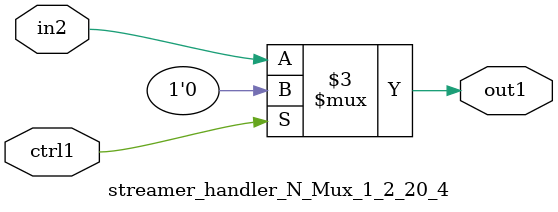
<source format=v>

`timescale 1ps / 1ps


module streamer_handler_N_Mux_1_2_20_4( in2, ctrl1, out1 );

    input in2;
    input ctrl1;
    output out1;
    reg out1;

    
    // rtl_process:streamer_handler_N_Mux_1_2_20_4/streamer_handler_N_Mux_1_2_20_4_thread_1
    always @*
      begin : streamer_handler_N_Mux_1_2_20_4_thread_1
        case (ctrl1) 
          1'b1: 
            begin
              out1 = 1'b0;
            end
          default: 
            begin
              out1 = in2;
            end
        endcase
      end

endmodule



</source>
